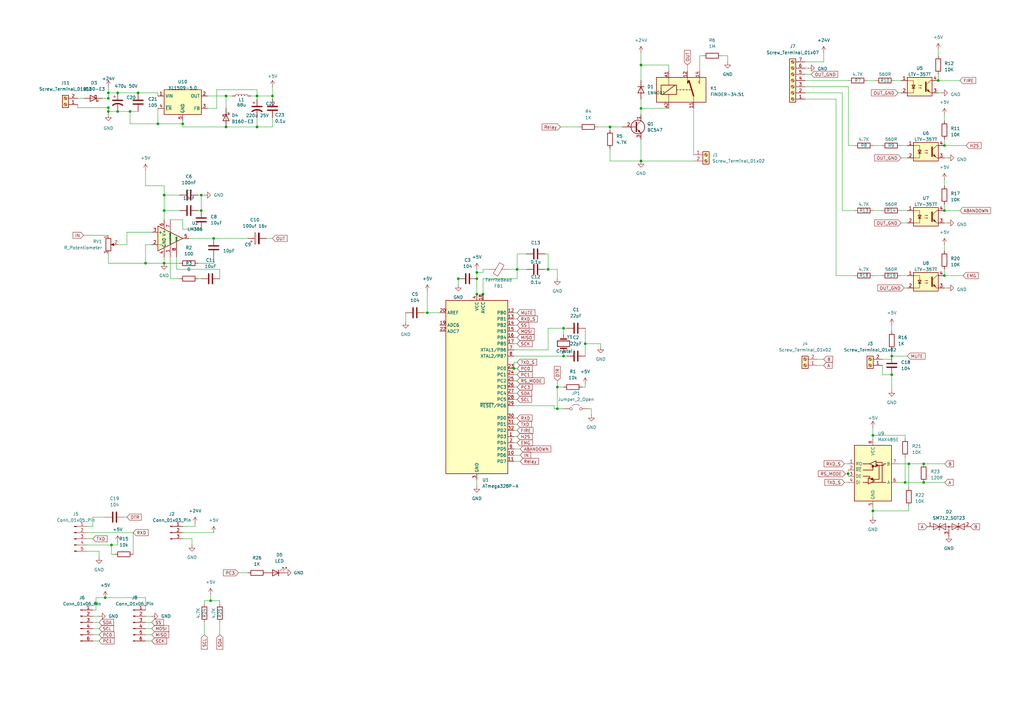
<source format=kicad_sch>
(kicad_sch (version 20231120) (generator "eeschema") (generator_version "8.0")
  (paper "A3")
  (junction (at 262.89 44.45))
  (junction (at 67.31 107.95))
  (junction (at 64.77 50.8))
  (junction (at 67.31 86.36))
  (junction (at 250.19 52.07))
  (junction (at 105.41 52.07))
  (junction (at 82.55 86.36))
  (junction (at 365.76 153.67))
  (junction (at 44.45 44.1452))
  (junction (at 387.35 113.03))
  (junction (at 378.841 190.246))
  (junction (at 187.96 114.3))
  (junction (at 44.45 45.72))
  (junction (at 39.37 247.65))
  (junction (at 228.6 158.75))
  (junction (at 231.14 134.62))
  (junction (at 224.79 110.49))
  (junction (at 92.71 39.37))
  (junction (at 262.89 26.67))
  (junction (at 48.26 45.72))
  (junction (at 175.26 128.27))
  (junction (at 195.58 120.65))
  (junction (at 48.26 38.1))
  (junction (at 82.55 80.01))
  (junction (at 59.69 107.95))
  (junction (at 371.221 197.866))
  (junction (at 44.45 38.1))
  (junction (at 347.853 194.31))
  (junction (at 53.34 45.72))
  (junction (at 231.14 146.05))
  (junction (at 105.41 39.37))
  (junction (at 74.93 50.8))
  (junction (at 358.013 178.562))
  (junction (at 358.013 209.55))
  (junction (at 262.89 66.04))
  (junction (at 240.03 140.97))
  (junction (at 378.841 197.866))
  (junction (at 228.6 167.64))
  (junction (at 67.31 80.01))
  (junction (at 56.642 38.1))
  (junction (at 111.76 39.37))
  (junction (at 387.35 59.69))
  (junction (at 86.36 246.38))
  (junction (at 45.72 223.52))
  (junction (at 387.35 86.36))
  (junction (at 384.81 33.02))
  (junction (at 372.745 190.246))
  (junction (at 195.58 114.3))
  (junction (at 44.45 40.3352))
  (junction (at 210.82 151.13))
  (junction (at 92.71 52.07))
  (junction (at 365.76 146.05))
  (junction (at 43.18 245.11))
  (junction (at 198.12 120.65))
  (junction (at 195.58 111.76))
  (junction (at 87.63 97.79))
  (junction (at 212.09 110.49))
  (wire (pts (xy 241.3 167.64) (xy 242.57 167.64)))
  (wire (pts (xy 368.3 38.1) (xy 369.57 38.1)))
  (wire (pts (xy 370.84 118.11) (xy 372.11 118.11)))
  (wire (pts (xy 227.33 167.64) (xy 228.6 167.64)))
  (wire (pts (xy 44.45 38.1) (xy 44.45 40.3352)))
  (wire (pts (xy 366.776 33.02) (xy 369.57 33.02)))
  (wire (pts (xy 67.31 76.2) (xy 67.31 80.01)))
  (wire (pts (xy 210.82 153.67) (xy 212.09 153.67)))
  (wire (pts (xy 44.45 40.3352) (xy 44.6024 40.3352)))
  (wire (pts (xy 111.76 48.26) (xy 111.76 52.07)))
  (wire (pts (xy 371.221 179.832) (xy 371.221 178.562)))
  (wire (pts (xy 387.35 118.11) (xy 388.62 118.11)))
  (wire (pts (xy 59.69 107.95) (xy 67.31 107.95)))
  (wire (pts (xy 44.45 38.1) (xy 44.45 35.56)))
  (wire (pts (xy 88.9 36.83) (xy 105.41 36.83)))
  (wire (pts (xy 345.44 38.1) (xy 345.44 86.36)))
  (wire (pts (xy 210.82 184.15) (xy 213.36 184.15)))
  (wire (pts (xy 83.82 246.38) (xy 86.36 246.38)))
  (wire (pts (xy 83.82 247.65) (xy 83.82 246.38)))
  (wire (pts (xy 210.82 161.29) (xy 212.09 161.29)))
  (wire (pts (xy 387.35 86.36) (xy 393.7 86.36)))
  (wire (pts (xy 81.28 80.01) (xy 82.55 80.01)))
  (wire (pts (xy 64.77 50.8) (xy 53.34 50.8)))
  (wire (pts (xy 44.6024 44.1452) (xy 44.45 44.1452)))
  (wire (pts (xy 46.99 227.33) (xy 45.72 227.33)))
  (wire (pts (xy 90.17 255.27) (xy 90.17 260.35)))
  (wire (pts (xy 105.41 48.26) (xy 105.41 52.07)))
  (wire (pts (xy 67.31 80.01) (xy 67.31 86.36)))
  (wire (pts (xy 67.31 86.36) (xy 73.66 86.36)))
  (wire (pts (xy 39.37 245.11) (xy 43.18 245.11)))
  (wire (pts (xy 92.71 39.37) (xy 95.25 39.37)))
  (wire (pts (xy 62.23 100.33) (xy 59.69 100.33)))
  (wire (pts (xy 262.89 44.45) (xy 274.32 44.45)))
  (wire (pts (xy 345.44 86.36) (xy 350.52 86.36)))
  (wire (pts (xy 198.12 123.19) (xy 198.12 120.65)))
  (wire (pts (xy 358.14 59.69) (xy 361.696 59.69)))
  (wire (pts (xy 105.41 39.37) (xy 105.41 40.64)))
  (wire (pts (xy 224.79 143.51) (xy 210.82 143.51)))
  (wire (pts (xy 358.013 209.55) (xy 358.013 212.09)))
  (wire (pts (xy 195.58 111.76) (xy 195.58 114.3)))
  (wire (pts (xy 72.39 105.41) (xy 72.39 110.49)))
  (wire (pts (xy 387.35 46.99) (xy 387.35 49.53)))
  (wire (pts (xy 210.82 138.43) (xy 212.09 138.43)))
  (wire (pts (xy 295.91 22.86) (xy 298.45 22.86)))
  (wire (pts (xy 59.69 100.33) (xy 59.69 107.95)))
  (wire (pts (xy 210.82 156.21) (xy 212.09 156.21)))
  (wire (pts (xy 210.82 176.53) (xy 212.09 176.53)))
  (wire (pts (xy 83.82 255.27) (xy 83.82 260.35)))
  (wire (pts (xy 210.82 148.59) (xy 210.82 151.13)))
  (wire (pts (xy 229.87 52.07) (xy 237.49 52.07)))
  (wire (pts (xy 231.14 137.16) (xy 231.14 134.62)))
  (wire (pts (xy 59.69 257.81) (xy 62.23 257.81)))
  (wire (pts (xy 59.69 255.27) (xy 62.23 255.27)))
  (wire (pts (xy 74.93 215.9) (xy 80.01 215.9)))
  (wire (pts (xy 361.95 149.86) (xy 361.95 153.67)))
  (wire (pts (xy 361.95 147.32) (xy 365.76 147.32)))
  (wire (pts (xy 38.1 250.19) (xy 39.37 250.19)))
  (wire (pts (xy 80.01 215.9) (xy 80.01 214.63)))
  (wire (pts (xy 173.99 128.27) (xy 175.26 128.27)))
  (wire (pts (xy 388.62 64.77) (xy 387.35 64.77)))
  (wire (pts (xy 109.22 97.79) (xy 111.76 97.79)))
  (wire (pts (xy 74.93 220.98) (xy 78.74 220.98)))
  (wire (pts (xy 298.45 22.86) (xy 298.45 25.4)))
  (wire (pts (xy 224.79 110.49) (xy 223.52 110.49)))
  (wire (pts (xy 347.853 194.31) (xy 347.853 195.326)))
  (wire (pts (xy 92.71 39.37) (xy 92.71 44.45)))
  (wire (pts (xy 198.12 110.49) (xy 198.12 111.76)))
  (wire (pts (xy 38.1 215.9) (xy 35.56 215.9)))
  (wire (pts (xy 53.34 50.8) (xy 53.34 45.72)))
  (wire (pts (xy 198.12 114.3) (xy 198.12 120.65)))
  (wire (pts (xy 44.45 44.1452) (xy 44.45 45.72)))
  (wire (pts (xy 87.63 97.79) (xy 101.6 97.79)))
  (wire (pts (xy 44.45 38.1) (xy 48.26 38.1)))
  (wire (pts (xy 59.69 245.11) (xy 59.69 250.19)))
  (wire (pts (xy 31.9024 44.1452) (xy 31.9024 42.8752)))
  (wire (pts (xy 59.69 76.2) (xy 67.31 76.2)))
  (wire (pts (xy 335.28 147.32) (xy 337.82 147.32)))
  (wire (pts (xy 85.09 39.37) (xy 92.71 39.37)))
  (wire (pts (xy 82.55 80.01) (xy 83.82 80.01)))
  (wire (pts (xy 215.9 104.14) (xy 212.09 104.14)))
  (wire (pts (xy 43.18 245.11) (xy 59.69 245.11)))
  (wire (pts (xy 35.56 226.06) (xy 40.64 226.06)))
  (wire (pts (xy 72.39 110.49) (xy 90.17 110.49)))
  (wire (pts (xy 43.18 212.09) (xy 38.1 212.09)))
  (wire (pts (xy 262.89 33.02) (xy 262.89 26.67)))
  (wire (pts (xy 274.32 26.67) (xy 274.32 29.21)))
  (wire (pts (xy 74.93 93.98) (xy 82.55 93.98)))
  (wire (pts (xy 358.013 208.026) (xy 358.013 209.55)))
  (wire (pts (xy 369.57 91.44) (xy 372.11 91.44)))
  (wire (pts (xy 330.2 27.94) (xy 331.47 27.94)))
  (wire (pts (xy 246.38 142.24) (xy 246.38 140.97)))
  (wire (pts (xy 198.12 114.3) (xy 212.09 114.3)))
  (wire (pts (xy 281.94 26.67) (xy 281.94 29.21)))
  (wire (pts (xy 212.09 110.49) (xy 208.28 110.49)))
  (wire (pts (xy 330.2 40.64) (xy 342.9 40.64)))
  (wire (pts (xy 81.28 114.3) (xy 82.55 114.3)))
  (wire (pts (xy 40.64 226.06) (xy 40.64 228.6)))
  (wire (pts (xy 195.58 110.49) (xy 195.58 111.76)))
  (wire (pts (xy 387.35 83.82) (xy 387.35 86.36)))
  (wire (pts (xy 215.9 110.49) (xy 212.09 110.49)))
  (wire (pts (xy 210.82 189.23) (xy 213.36 189.23)))
  (wire (pts (xy 210.82 179.07) (xy 212.09 179.07)))
  (wire (pts (xy 38.1 247.65) (xy 39.37 247.65)))
  (wire (pts (xy 195.58 114.3) (xy 195.58 120.65)))
  (wire (pts (xy 31.9024 40.3352) (xy 34.4424 40.3352)))
  (wire (pts (xy 97.79 234.95) (xy 101.6 234.95)))
  (wire (pts (xy 224.79 134.62) (xy 231.14 134.62)))
  (wire (pts (xy 38.1 252.73) (xy 40.64 252.73)))
  (wire (pts (xy 77.47 97.79) (xy 87.63 97.79)))
  (wire (pts (xy 200.66 110.49) (xy 198.12 110.49)))
  (wire (pts (xy 228.6 110.49) (xy 228.6 114.3)))
  (wire (pts (xy 195.58 196.85) (xy 195.58 199.39)))
  (wire (pts (xy 54.61 218.44) (xy 54.61 227.33)))
  (wire (pts (xy 105.41 36.83) (xy 105.41 39.37)))
  (wire (pts (xy 105.41 52.07) (xy 92.71 52.07)))
  (wire (pts (xy 85.09 44.45) (xy 88.9 44.45)))
  (wire (pts (xy 262.89 44.45) (xy 262.89 46.99)))
  (wire (pts (xy 387.35 100.33) (xy 387.35 102.87)))
  (wire (pts (xy 228.6 156.21) (xy 228.6 158.75)))
  (wire (pts (xy 67.31 105.41) (xy 67.31 107.95)))
  (wire (pts (xy 210.82 128.27) (xy 212.09 128.27)))
  (wire (pts (xy 175.26 128.27) (xy 180.34 128.27)))
  (wire (pts (xy 368.173 190.246) (xy 372.745 190.246)))
  (wire (pts (xy 330.2 35.56) (xy 347.98 35.56)))
  (wire (pts (xy 198.12 111.76) (xy 195.58 111.76)))
  (wire (pts (xy 365.76 133.35) (xy 365.76 135.89)))
  (wire (pts (xy 384.81 30.48) (xy 384.81 33.02)))
  (wire (pts (xy 337.82 25.4) (xy 337.82 21.59)))
  (wire (pts (xy 44.45 107.95) (xy 59.69 107.95)))
  (wire (pts (xy 39.37 247.65) (xy 39.37 250.19)))
  (wire (pts (xy 73.66 114.3) (xy 69.85 114.3)))
  (wire (pts (xy 224.79 134.62) (xy 224.79 143.51)))
  (wire (pts (xy 210.82 166.37) (xy 227.33 166.37)))
  (wire (pts (xy 52.07 95.25) (xy 62.23 95.25)))
  (wire (pts (xy 365.76 146.05) (xy 372.11 146.05)))
  (wire (pts (xy 346.329 197.866) (xy 347.853 197.866)))
  (wire (pts (xy 347.853 192.786) (xy 347.853 194.31)))
  (wire (pts (xy 64.77 39.37) (xy 64.77 38.1)))
  (wire (pts (xy 67.31 80.01) (xy 73.66 80.01)))
  (wire (pts (xy 240.03 140.97) (xy 240.03 146.05)))
  (wire (pts (xy 210.82 130.81) (xy 212.09 130.81)))
  (wire (pts (xy 372.745 190.246) (xy 372.745 199.898)))
  (wire (pts (xy 64.77 44.45) (xy 64.77 50.8)))
  (wire (pts (xy 86.36 243.84) (xy 86.36 246.38)))
  (wire (pts (xy 42.0624 40.3352) (xy 44.45 40.3352)))
  (wire (pts (xy 240.03 140.97) (xy 246.38 140.97)))
  (wire (pts (xy 378.841 190.246) (xy 387.477 190.246)))
  (wire (pts (xy 44.45 104.14) (xy 44.45 107.95)))
  (wire (pts (xy 369.57 64.77) (xy 372.11 64.77)))
  (wire (pts (xy 50.8 212.09) (xy 52.07 212.09)))
  (wire (pts (xy 210.82 186.69) (xy 213.36 186.69)))
  (wire (pts (xy 369.316 113.03) (xy 372.11 113.03)))
  (wire (pts (xy 92.71 52.07) (xy 74.93 52.07)))
  (wire (pts (xy 86.36 246.38) (xy 90.17 246.38)))
  (wire (pts (xy 387.35 59.69) (xy 396.24 59.69)))
  (wire (pts (xy 361.95 153.67) (xy 365.76 153.67)))
  (wire (pts (xy 189.23 114.3) (xy 187.96 114.3)))
  (wire (pts (xy 210.82 158.75) (xy 212.09 158.75)))
  (wire (pts (xy 386.08 38.1) (xy 384.81 38.1)))
  (wire (pts (xy 74.93 90.17) (xy 74.93 93.98)))
  (wire (pts (xy 35.56 218.44) (xy 54.61 218.44)))
  (wire (pts (xy 330.2 30.48) (xy 332.74 30.48)))
  (wire (pts (xy 262.89 40.64) (xy 262.89 44.45)))
  (wire (pts (xy 56.642 38.1) (xy 64.77 38.1)))
  (wire (pts (xy 242.57 167.64) (xy 242.57 170.18)))
  (wire (pts (xy 330.2 25.4) (xy 337.82 25.4)))
  (wire (pts (xy 365.76 147.32) (xy 365.76 146.05)))
  (wire (pts (xy 372.745 209.55) (xy 372.745 207.518)))
  (wire (pts (xy 87.63 107.95) (xy 81.28 107.95)))
  (wire (pts (xy 210.82 151.13) (xy 212.09 151.13)))
  (wire (pts (xy 38.1 212.09) (xy 38.1 215.9)))
  (wire (pts (xy 69.85 114.3) (xy 69.85 105.41)))
  (wire (pts (xy 358.013 175.26) (xy 358.013 178.562)))
  (wire (pts (xy 67.31 107.95) (xy 73.66 107.95)))
  (wire (pts (xy 224.79 110.49) (xy 228.6 110.49)))
  (wire (pts (xy 39.37 245.11) (xy 39.37 247.65)))
  (wire (pts (xy 371.221 197.866) (xy 378.841 197.866)))
  (wire (pts (xy 262.89 21.59) (xy 262.89 26.67)))
  (wire (pts (xy 335.28 149.86) (xy 337.82 149.86)))
  (wire (pts (xy 371.221 187.452) (xy 371.221 197.866)))
  (wire (pts (xy 358.14 86.36) (xy 361.696 86.36)))
  (wire (pts (xy 378.841 197.866) (xy 387.477 197.866)))
  (wire (pts (xy 369.316 86.36) (xy 372.11 86.36)))
  (wire (pts (xy 166.37 128.27) (xy 166.37 132.08)))
  (wire (pts (xy 48.26 38.1) (xy 56.642 38.1)))
  (wire (pts (xy 288.29 22.86) (xy 287.02 22.86)))
  (wire (pts (xy 34.29 96.52) (xy 44.45 96.52)))
  (wire (pts (xy 358.14 113.03) (xy 361.696 113.03)))
  (wire (pts (xy 365.76 153.67) (xy 365.76 160.02)))
  (wire (pts (xy 212.09 148.59) (xy 210.82 148.59)))
  (wire (pts (xy 48.26 45.72) (xy 53.34 45.72)))
  (wire (pts (xy 250.19 52.07) (xy 250.19 53.34)))
  (wire (pts (xy 210.82 173.99) (xy 212.09 173.99)))
  (wire (pts (xy 38.1 262.89) (xy 40.64 262.89)))
  (wire (pts (xy 240.03 158.75) (xy 240.03 157.48)))
  (wire (pts (xy 358.013 178.562) (xy 371.221 178.562)))
  (wire (pts (xy 90.17 110.49) (xy 90.17 114.3)))
  (wire (pts (xy 45.72 227.33) (xy 45.72 223.52)))
  (wire (pts (xy 59.69 69.85) (xy 59.69 76.2)))
  (wire (pts (xy 59.69 262.89) (xy 62.23 262.89)))
  (wire (pts (xy 355.6 33.02) (xy 359.156 33.02)))
  (wire (pts (xy 59.69 260.35) (xy 62.23 260.35)))
  (wire (pts (xy 262.89 26.67) (xy 274.32 26.67)))
  (wire (pts (xy 342.9 113.03) (xy 350.52 113.03)))
  (wire (pts (xy 87.63 105.41) (xy 87.63 107.95)))
  (wire (pts (xy 78.74 220.98) (xy 78.74 223.52)))
  (wire (pts (xy 330.2 33.02) (xy 347.98 33.02)))
  (wire (pts (xy 69.85 90.17) (xy 74.93 90.17)))
  (wire (pts (xy 90.17 246.38) (xy 90.17 247.65)))
  (wire (pts (xy 88.9 44.45) (xy 88.9 36.83)))
  (wire (pts (xy 346.329 190.246) (xy 347.853 190.246)))
  (wire (pts (xy 111.76 52.07) (xy 105.41 52.07)))
  (wire (pts (xy 44.45 45.72) (xy 48.26 45.72)))
  (wire (pts (xy 387.35 73.66) (xy 387.35 76.2)))
  (wire (pts (xy 45.72 223.52) (xy 48.26 223.52)))
  (wire (pts (xy 44.45 44.1452) (xy 31.9024 44.1452)))
  (wire (pts (xy 56.642 45.72) (xy 53.34 45.72)))
  (wire (pts (xy 38.1 257.81) (xy 40.64 257.81)))
  (wire (pts (xy 238.76 158.75) (xy 240.03 158.75)))
  (wire (pts (xy 240.03 134.62) (xy 240.03 140.97)))
  (wire (pts (xy 38.1 255.27) (xy 40.64 255.27)))
  (wire (pts (xy 210.82 181.61) (xy 212.09 181.61)))
  (wire (pts (xy 175.26 119.38) (xy 175.26 128.27)))
  (wire (pts (xy 195.58 123.19) (xy 195.58 120.65)))
  (wire (pts (xy 59.69 252.73) (xy 62.23 252.73)))
  (wire (pts (xy 262.89 66.04) (xy 284.48 66.04)))
  (wire (pts (xy 262.89 57.15) (xy 262.89 66.04)))
  (wire (pts (xy 111.76 39.37) (xy 111.76 40.64)))
  (wire (pts (xy 231.14 158.75) (xy 228.6 158.75)))
  (wire (pts (xy 64.77 50.8) (xy 74.93 50.8)))
  (wire (pts (xy 81.28 86.36) (xy 82.55 86.36)))
  (wire (pts (xy 372.745 190.246) (xy 378.841 190.246)))
  (wire (pts (xy 228.6 158.75) (xy 228.6 167.64)))
  (wire (pts (xy 342.9 40.64) (xy 342.9 113.03)))
  (wire (pts (xy 387.35 113.03) (xy 394.97 113.03)))
  (wire (pts (xy 231.14 144.78) (xy 231.14 146.05)))
  (wire (pts (xy 287.02 22.86) (xy 287.02 29.21)))
  (wire (pts (xy 111.76 35.56) (xy 111.76 39.37)))
  (wire (pts (xy 210.82 171.45) (xy 212.09 171.45)))
  (wire (pts (xy 358.013 178.562) (xy 358.013 180.086)))
  (wire (pts (xy 223.52 104.14) (xy 224.79 104.14)))
  (wire (pts (xy 227.33 166.37) (xy 227.33 167.64)))
  (wire (pts (xy 212.09 104.14) (xy 212.09 110.49)))
  (wire (pts (xy 365.76 143.51) (xy 365.76 146.05)))
  (wire (pts (xy 384.81 20.32) (xy 384.81 22.86)))
  (wire (pts (xy 330.2 38.1) (xy 345.44 38.1)))
  (wire (pts (xy 210.82 140.97) (xy 212.09 140.97)))
  (wire (pts (xy 245.11 52.07) (xy 250.19 52.07)))
  (wire (pts (xy 105.41 39.37) (xy 111.76 39.37)))
  (wire (pts (xy 250.19 52.07) (xy 255.27 52.07)))
  (wire (pts (xy 82.55 86.36) (xy 82.55 80.01)))
  (wire (pts (xy 102.87 39.37) (xy 105.41 39.37)))
  (wire (pts (xy 384.81 33.02) (xy 393.7 33.02)))
  (wire (pts (xy 231.14 146.05) (xy 232.41 146.05)))
  (wire (pts (xy 231.14 134.62) (xy 232.41 134.62)))
  (wire (pts (xy 388.62 91.44) (xy 387.35 91.44)))
  (wire (pts (xy 48.26 223.52) (xy 48.26 222.25)))
  (wire (pts (xy 187.96 114.3) (xy 187.96 116.84)))
  (wire (pts (xy 52.07 100.33) (xy 52.07 95.25)))
  (wire (pts (xy 74.93 50.8) (xy 74.93 49.53)))
  (wire (pts (xy 387.35 57.15) (xy 387.35 59.69)))
  (wire (pts (xy 347.98 35.56) (xy 347.98 59.69)))
  (wire (pts (xy 44.45 45.72) (xy 44.45 46.99)))
  (wire (pts (xy 250.19 60.96) (xy 250.19 66.04)))
  (wire (pts (xy 228.6 167.64) (xy 231.14 167.64)))
  (wire (pts (xy 368.173 197.866) (xy 371.221 197.866)))
  (wire (pts (xy 212.09 114.3) (xy 212.09 110.49)))
  (wire (pts (xy 210.82 146.05) (xy 231.14 146.05)))
  (wire (pts (xy 250.19 66.04) (xy 262.89 66.04)))
  (wire (pts (xy 67.31 86.36) (xy 67.31 90.17)))
  (wire (pts (xy 35.56 220.98) (xy 38.1 220.98)))
  (wire (pts (xy 347.98 59.69) (xy 350.52 59.69)))
  (wire (pts (xy 224.79 104.14) (xy 224.79 110.49)))
  (wire (pts (xy 369.316 59.69) (xy 372.11 59.69)))
  (wire (pts (xy 38.1 260.35) (xy 40.64 260.35)))
  (wire (pts (xy 210.82 163.83) (xy 212.09 163.83)))
  (wire (pts (xy 74.93 52.07) (xy 74.93 50.8)))
  (wire (pts (xy 284.48 63.5) (xy 284.48 44.45)))
  (wire (pts (xy 358.013 209.55) (xy 372.745 209.55)))
  (wire (pts (xy 35.56 223.52) (xy 45.72 223.52)))
  (wire (pts (xy 210.82 135.89) (xy 212.09 135.89)))
  (wire (pts (xy 387.35 110.49) (xy 387.35 113.03)))
  (wire (pts (xy 210.82 133.35) (xy 212.09 133.35)))
  (wire (pts (xy 346.71 194.31) (xy 347.853 194.31)))
  (wire (pts (xy 48.26 100.33) (xy 52.07 100.33)))
  (wire (pts (xy 74.93 218.44) (xy 87.63 218.44)))
  (global_label "Relay" (shape input) (at 213.36 189.23 0) (property "Intersheetrefs" "${INTERSHEET_REFS}" (effects (hide yes))))
  (global_label "SS" (shape input) (at 62.23 255.27 0) (property "Intersheetrefs" "${INTERSHEET_REFS}" (effects (hide yes))))
  (global_label "MISO" (shape input) (at 62.23 260.35 0) (property "Intersheetrefs" "${INTERSHEET_REFS}" (effects (hide yes))))
  (global_label "MUTE" (shape input) (at 212.09 128.27 0) (property "Intersheetrefs" "${INTERSHEET_REFS}" (effects (hide yes))))
  (global_label "SCK" (shape input) (at 212.09 140.97 0) (property "Intersheetrefs" "${INTERSHEET_REFS}" (effects (hide yes))))
  (global_label "RXD" (shape input) (at 212.09 171.45 0) (property "Intersheetrefs" "${INTERSHEET_REFS}" (effects (hide yes))))
  (global_label "ABANDOWN" (shape input) (at 213.36 184.15 0) (property "Intersheetrefs" "${INTERSHEET_REFS}" (effects (hide yes))))
  (global_label "OUT" (shape input) (at 281.94 26.67 90) (property "Intersheetrefs" "${INTERSHEET_REFS}" (effects (hide yes))))
  (global_label "OUT_GND" (shape input) (at 332.74 30.48 0) (property "Intersheetrefs" "${INTERSHEET_REFS}" (effects (hide yes))))
  (global_label "A" (shape input) (at 337.82 149.86 0) (property "Intersheetrefs" "${INTERSHEET_REFS}" (effects (hide yes))))
  (global_label "RS_MODE" (shape input) (at 346.71 194.31 180) (property "Intersheetrefs" "${INTERSHEET_REFS}" (effects (hide yes))))
  (global_label "TXD" (shape input) (at 212.09 173.99 0) (property "Intersheetrefs" "${INTERSHEET_REFS}" (effects (hide yes))))
  (global_label "MOSI" (shape input) (at 62.23 257.81 0) (property "Intersheetrefs" "${INTERSHEET_REFS}" (effects (hide yes))))
  (global_label "DTR" (shape input) (at 52.07 212.09 0) (property "Intersheetrefs" "${INTERSHEET_REFS}" (effects (hide yes))))
  (global_label "SCL" (shape input) (at 40.64 257.81 0) (property "Intersheetrefs" "${INTERSHEET_REFS}" (effects (hide yes))))
  (global_label "SDA" (shape input) (at 212.09 161.29 0) (property "Intersheetrefs" "${INTERSHEET_REFS}" (effects (hide yes))))
  (global_label "PC0" (shape input) (at 212.09 151.13 0) (property "Intersheetrefs" "${INTERSHEET_REFS}" (effects (hide yes))))
  (global_label "SS" (shape input) (at 212.09 133.35 0) (property "Intersheetrefs" "${INTERSHEET_REFS}" (effects (hide yes))))
  (global_label "SCK" (shape input) (at 62.23 262.89 0) (property "Intersheetrefs" "${INTERSHEET_REFS}" (effects (hide yes))))
  (global_label "MUTE" (shape input) (at 372.11 146.05 0) (property "Intersheetrefs" "${INTERSHEET_REFS}" (effects (hide yes))))
  (global_label "B" (shape input) (at 398.0688 216.027 0) (property "Intersheetrefs" "${INTERSHEET_REFS}" (effects (hide yes))))
  (global_label "RXD_S" (shape input) (at 346.329 190.246 180) (property "Intersheetrefs" "${INTERSHEET_REFS}" (effects (hide yes))))
  (global_label "EMG" (shape input) (at 212.09 181.61 0) (property "Intersheetrefs" "${INTERSHEET_REFS}" (effects (hide yes))))
  (global_label "Relay" (shape input) (at 229.87 52.07 180) (property "Intersheetrefs" "${INTERSHEET_REFS}" (effects (hide yes))))
  (global_label "PC0" (shape input) (at 40.64 260.35 0) (property "Intersheetrefs" "${INTERSHEET_REFS}" (effects (hide yes))))
  (global_label "IN" (shape input) (at 213.36 186.69 0) (property "Intersheetrefs" "${INTERSHEET_REFS}" (effects (hide yes))))
  (global_label "PC3" (shape input) (at 97.79 234.95 180) (property "Intersheetrefs" "${INTERSHEET_REFS}" (effects (hide yes))))
  (global_label "RXD" (shape input) (at 54.61 218.44 0) (property "Intersheetrefs" "${INTERSHEET_REFS}" (effects (hide yes))))
  (global_label "OUT_GND" (shape input) (at 369.57 64.77 180) (property "Intersheetrefs" "${INTERSHEET_REFS}" (effects (hide yes))))
  (global_label "H2S" (shape input) (at 212.09 179.07 0) (property "Intersheetrefs" "${INTERSHEET_REFS}" (effects (hide yes))))
  (global_label "A" (shape input) (at 380.2888 216.027 180) (property "Intersheetrefs" "${INTERSHEET_REFS}" (effects (hide yes))))
  (global_label "TXD" (shape input) (at 38.1 220.98 0) (property "Intersheetrefs" "${INTERSHEET_REFS}" (effects (hide yes))))
  (global_label "RXD_S" (shape input) (at 212.09 130.81 0) (property "Intersheetrefs" "${INTERSHEET_REFS}" (effects (hide yes))))
  (global_label "B" (shape input) (at 337.82 147.32 0) (property "Intersheetrefs" "${INTERSHEET_REFS}" (effects (hide yes))))
  (global_label "H2S" (shape input) (at 396.24 59.69 0) (property "Intersheetrefs" "${INTERSHEET_REFS}" (effects (hide yes))))
  (global_label "OUT_GND" (shape input) (at 368.3 38.1 180) (property "Intersheetrefs" "${INTERSHEET_REFS}" (effects (hide yes))))
  (global_label "B" (shape input) (at 387.477 190.246 0) (property "Intersheetrefs" "${INTERSHEET_REFS}" (effects (hide yes))))
  (global_label "A" (shape input) (at 387.477 197.866 0) (property "Intersheetrefs" "${INTERSHEET_REFS}" (effects (hide yes))))
  (global_label "DTR" (shape input) (at 228.6 156.21 90) (property "Intersheetrefs" "${INTERSHEET_REFS}" (effects (hide yes))))
  (global_label "IN" (shape input) (at 34.29 96.52 180) (property "Intersheetrefs" "${INTERSHEET_REFS}" (effects (hide yes))))
  (global_label "PC1" (shape input) (at 40.64 262.89 0) (property "Intersheetrefs" "${INTERSHEET_REFS}" (effects (hide yes))))
  (global_label "SCL" (shape input) (at 83.82 260.35 270) (property "Intersheetrefs" "${INTERSHEET_REFS}" (effects (hide yes))))
  (global_label "OUT_GND" (shape input) (at 369.57 91.44 180) (property "Intersheetrefs" "${INTERSHEET_REFS}" (effects (hide yes))))
  (global_label "SCL" (shape input) (at 212.09 163.83 0) (property "Intersheetrefs" "${INTERSHEET_REFS}" (effects (hide yes))))
  (global_label "RS_MODE" (shape input) (at 212.09 156.21 0) (property "Intersheetrefs" "${INTERSHEET_REFS}" (effects (hide yes))))
  (global_label "TXD_S" (shape input) (at 346.329 197.866 180) (property "Intersheetrefs" "${INTERSHEET_REFS}" (effects (hide yes))))
  (global_label "MISO" (shape input) (at 212.09 138.43 0) (property "Intersheetrefs" "${INTERSHEET_REFS}" (effects (hide yes))))
  (global_label "TXD_S" (shape input) (at 212.09 148.59 0) (property "Intersheetrefs" "${INTERSHEET_REFS}" (effects (hide yes))))
  (global_label "MOSI" (shape input) (at 212.09 135.89 0) (property "Intersheetrefs" "${INTERSHEET_REFS}" (effects (hide yes))))
  (global_label "FIRE" (shape input) (at 393.7 33.02 0) (property "Intersheetrefs" "${INTERSHEET_REFS}" (effects (hide yes))))
  (global_label "PC1" (shape input) (at 212.09 153.67 0) (property "Intersheetrefs" "${INTERSHEET_REFS}" (effects (hide yes))))
  (global_label "OUT_GND" (shape input) (at 370.84 118.11 180) (property "Intersheetrefs" "${INTERSHEET_REFS}" (effects (hide yes))))
  (global_label "PC3" (shape input) (at 212.09 158.75 0) (property "Intersheetrefs" "${INTERSHEET_REFS}" (effects (hide yes))))
  (global_label "SDA" (shape input) (at 40.64 255.27 0) (property "Intersheetrefs" "${INTERSHEET_REFS}" (effects (hide yes))))
  (global_label "FIRE" (shape input) (at 212.09 176.53 0) (property "Intersheetrefs" "${INTERSHEET_REFS}" (effects (hide yes))))
  (global_label "OUT" (shape input) (at 111.76 97.79 0) (property "Intersheetrefs" "${INTERSHEET_REFS}" (effects (hide yes))))
  (global_label "EMG" (shape input) (at 394.97 113.03 0) (property "Intersheetrefs" "${INTERSHEET_REFS}" (effects (hide yes))))
  (global_label "SDA" (shape input) (at 90.17 260.35 270) (property "Intersheetrefs" "${INTERSHEET_REFS}" (effects (hide yes))))
  (global_label "ABANDOWN" (shape input) (at 393.7 86.36 0) (property "Intersheetrefs" "${INTERSHEET_REFS}" (effects (hide yes))))
  (symbol (lib_id "power:+24V") (at 337.82 21.59 0) (unit 1)
    (property "Reference" "#PWR032" (effects (hide yes)))
    (property "Value" "+24V" (at 337.82 16.51 0))
    (property "Description" "Power symbol creates a global label with name \"+24V\"" (effects (hide yes)))
  )
  (symbol (lib_id "Device:L") (at 99.06 39.37 90) (unit 1)
    (property "Reference" "L1" (at 99.06 40.894 90))
    (property "Value" "68u" (at 99.06 43.053 90))
    (property "Footprint" "Inductor_SMD:L_Sunlord_SWPA6045S" (effects (hide yes)))
  )
  (symbol (lib_id "power:+5V") (at 384.81 20.32 0) (unit 1)
    (property "Reference" "#PWR022" (effects (hide yes)))
    (property "Value" "+5V" (at 384.81 15.24 0))
    (property "Description" "Power symbol creates a global label with name \"+5V\"" (effects (hide yes)))
  )
  (symbol (lib_id "Device:R") (at 354.33 113.03 90) (unit 1)
    (property "Reference" "R18" (at 354.33 113.03 90))
    (property "Value" "4.7K" (at 354.33 110.49 90))
    (property "Footprint" "Resistor_SMD:R_0805_2012Metric" (effects (hide yes)))
  )
  (symbol (lib_id "Device:C") (at 87.63 101.6 180) (unit 1)
    (property "Reference" "C9" (at 100.33 100.3299 0) (effects (justify right)))
    (property "Value" "10pF" (at 91.44 102.8699 0) (effects (justify right)))
    (property "Footprint" "Capacitor_SMD:C_0805_2012Metric" (effects (hide yes)))
    (property "Description" "Unpolarized capacitor" (effects (hide yes)))
  )
  (symbol (lib_id "Device:R") (at 234.95 158.75 90) (unit 1)
    (property "Reference" "R1" (at 234.95 152.4 90))
    (property "Value" "10k" (at 234.95 154.94 90))
    (property "Footprint" "Resistor_SMD:R_0805_2012Metric" (effects (hide yes)))
    (property "Description" "Resistor" (effects (hide yes)))
  )
  (symbol (lib_id "Device:R") (at 365.506 113.03 90) (unit 1)
    (property "Reference" "R19" (at 365.506 113.03 90))
    (property "Value" "560R" (at 365.506 110.49 90))
    (property "Footprint" "Resistor_SMD:R_0805_2012Metric" (effects (hide yes)))
  )
  (symbol (lib_id "Device:R") (at 384.81 26.67 180) (unit 1)
    (property "Reference" "R12" (at 387.35 26.035 0) (effects (justify right)))
    (property "Value" "10K" (at 387.35 28.575 0) (effects (justify right)))
    (property "Footprint" "Resistor_SMD:R_0805_2012Metric" (effects (hide yes)))
  )
  (symbol (lib_id "Device:R") (at 378.841 194.056 180) (unit 1)
    (property "Reference" "R23" (at 381.635 193.421 0) (effects (justify right)))
    (property "Value" "120R" (at 381.635 195.961 0) (effects (justify right)))
    (property "Footprint" "Resistor_SMD:R_0805_2012Metric" (effects (hide yes)))
  )
  (symbol (lib_id "power:GND") (at 389.1788 219.837 0) (unit 1)
    (property "Reference" "#PWR031" (effects (hide yes)))
    (property "Value" "GND" (at 389.1788 224.917 0))
  )
  (symbol (lib_id "power:GND") (at 358.013 212.09 0) (unit 1)
    (property "Reference" "#PWR030" (effects (hide yes)))
    (property "Value" "GND" (at 358.013 217.17 0))
  )
  (symbol (lib_id "Device:FerriteBead") (at 204.47 110.49 270) (unit 1)
    (property "Reference" "FB1" (at 204.5208 117.348 90))
    (property "Value" "FerriteBead" (at 204.5208 114.808 90))
    (property "Footprint" "Inductor_SMD:L_0805_2012Metric" (effects (hide yes)))
  )
  (symbol (lib_id "Device:R") (at 354.33 86.36 90) (unit 1)
    (property "Reference" "R13" (at 354.33 86.36 90))
    (property "Value" "4.7K" (at 354.33 83.82 90))
    (property "Footprint" "Resistor_SMD:R_0805_2012Metric" (effects (hide yes)))
  )
  (symbol (lib_id "Device:C") (at 77.47 86.36 90) (unit 1)
    (property "Reference" "C7" (at 77.47 78.74 90))
    (property "Value" "10uF" (at 77.47 81.28 90))
    (property "Footprint" "Capacitor_SMD:C_0805_2012Metric" (effects (hide yes)))
    (property "Description" "Unpolarized capacitor" (effects (hide yes)))
  )
  (symbol (lib_id "Device:R") (at 372.745 203.708 180) (unit 1)
    (property "Reference" "R22" (at 375.285 203.073 0) (effects (justify right)))
    (property "Value" "10K" (at 375.285 205.613 0) (effects (justify right)))
    (property "Footprint" "Resistor_SMD:R_0805_2012Metric" (effects (hide yes)))
  )
  (symbol (lib_id "power:+5V") (at 86.36 243.84 0) (unit 1)
    (property "Reference" "#PWR045" (effects (hide yes)))
    (property "Value" "+5V" (at 86.36 238.76 0))
    (property "Description" "Power symbol creates a global label with name \"+5V\"" (effects (hide yes)))
  )
  (symbol (lib_id "Device:R") (at 250.19 57.15 180) (unit 1)
    (property "Reference" "R5" (at 252.73 55.8799 0) (effects (justify right)))
    (property "Value" "4.7K" (at 252.73 58.4199 0) (effects (justify right)))
    (property "Footprint" "Resistor_SMD:R_0805_2012Metric" (effects (hide yes)))
    (property "Description" "Resistor" (effects (hide yes)))
  )
  (symbol (lib_id "Device:R") (at 77.47 114.3 90) (unit 1)
    (property "Reference" "R3" (at 77.47 107.95 90))
    (property "Value" "0" (at 77.47 110.49 90))
    (property "Footprint" "Resistor_SMD:R_0805_2012Metric" (effects (hide yes)))
    (property "Description" "Resistor" (effects (hide yes)))
  )
  (symbol (lib_id "power:GND") (at 195.58 199.39 0) (unit 1)
    (property "Reference" "#PWR09" (effects (hide yes)))
    (property "Value" "GND" (at 195.58 204.47 0))
    (property "Description" "Power symbol creates a global label with name \"GND\" , ground" (effects (hide yes)))
  )
  (symbol (lib_id "Connector:Screw_Terminal_01x07") (at 325.12 33.02 180) (unit 1)
    (property "Reference" "J7" (at 325.12 19.05 0))
    (property "Value" "Screw_Terminal_01x07" (at 325.12 21.59 0))
    (property "Footprint" "TerminalBlock_Phoenix:TerminalBlock_Phoenix_MKDS-1,5-7-5.08_1x07_P5.08mm_Horizontal" (effects (hide yes)))
    (property "Description" "Generic screw terminal, single row, 01x07, script generated (kicad-library-utils/schlib/autogen/connector/)" (effects (hide yes)))
  )
  (symbol (lib_id "Device:LED") (at 113.03 234.95 180) (unit 1)
    (property "Reference" "D5" (at 114.6175 227.5586 0))
    (property "Value" "LED" (at 114.6175 230.0986 0))
    (property "Footprint" "LED_THT:LED_D3.0mm" (effects (hide yes)))
  )
  (symbol (lib_id "Device:R") (at 292.1 22.86 90) (unit 1)
    (property "Reference" "R6" (at 292.1 16.51 90))
    (property "Value" "1M" (at 292.1 19.05 90))
    (property "Footprint" "Resistor_SMD:R_0805_2012Metric" (effects (hide yes)))
    (property "Description" "Resistor" (effects (hide yes)))
  )
  (symbol (lib_id "power:+5V") (at 59.69 69.85 0) (unit 1)
    (property "Reference" "#PWR011" (effects (hide yes)))
    (property "Value" "+5V" (at 59.69 64.77 0))
    (property "Description" "Power symbol creates a global label with name \"+5V\"" (effects (hide yes)))
  )
  (symbol (lib_id "MCU_Microchip_ATmega:ATmega328P-A") (at 195.58 158.75 0) (unit 1)
    (property "Reference" "U1" (at 197.7741 196.85 0) (effects (justify left)))
    (property "Value" "ATmega328P-A" (at 197.7741 199.39 0) (effects (justify left)))
    (property "Footprint" "Package_QFP:TQFP-32_7x7mm_P0.8mm" (effects (hide yes)))
    (property "Datasheet" "http://ww1.microchip.com/downloads/en/DeviceDoc/ATmega328_P%20AVR%20MCU%20with%20picoPower%20Technology%20Data%20Sheet%2040001984A.pdf" (effects (hide yes)))
    (property "Description" "20MHz, 32kB Flash, 2kB SRAM, 1kB EEPROM, TQFP-32" (effects (hide yes)))
  )
  (symbol (lib_id "power:GND") (at 365.76 160.02 0) (unit 1)
    (property "Reference" "#PWR034" (effects (hide yes)))
    (property "Value" "GND" (at 365.76 165.1 0))
    (property "Description" "Power symbol creates a global label with name \"GND\" , ground" (effects (hide yes)))
  )
  (symbol (lib_id "Device:C") (at 82.55 90.17 180) (unit 1)
    (property "Reference" "C8" (at 86.36 88.8999 0) (effects (justify right)))
    (property "Value" "10uF" (at 86.36 91.4399 0) (effects (justify right)))
    (property "Footprint" "Capacitor_SMD:C_0805_2012Metric" (effects (hide yes)))
    (property "Description" "Unpolarized capacitor" (effects (hide yes)))
  )
  (symbol (lib_id "Diode:B160-E3") (at 38.2524 40.3352 180) (unit 1)
    (property "Reference" "D3" (at 38.5699 33.9852 0))
    (property "Value" "B160-E3" (at 38.5699 36.5252 0))
    (property "Footprint" "Diode_SMD:D_SMA" (effects (hide yes)))
    (property "Datasheet" "http://www.vishay.com/docs/88946/b120.pdf" (effects (hide yes)))
  )
  (symbol (lib_id "power:+5V") (at 358.013 175.26 0) (unit 1)
    (property "Reference" "#PWR029" (effects (hide yes)))
    (property "Value" "+5V" (at 358.013 171.45 0))
  )
  (symbol (lib_id "power:GND") (at 388.62 64.77 90) (unit 1)
    (property "Reference" "#PWR023" (effects (hide yes)))
    (property "Value" "GND" (at 392.43 65.405 90) (effects (justify right)))
  )
  (symbol (lib_id "Isolator:LTV-357T") (at 377.19 35.56 0) (unit 1)
    (property "Reference" "U5" (at 377.19 27.94 0))
    (property "Value" "LTV-357T" (at 377.19 30.48 0))
    (property "Footprint" "Package_SO:SO-4_4.4x3.6mm_P2.54mm" (effects (hide yes)))
    (property "Datasheet" "https://www.buerklin.com/medias/sys_master/download/download/h91/ha0/8892020588574.pdf" (effects (hide yes)))
  )
  (symbol (lib_id "power:+5V") (at 175.26 119.38 0) (unit 1)
    (property "Reference" "#PWR05" (effects (hide yes)))
    (property "Value" "+5V" (at 175.26 114.3 0))
    (property "Description" "Power symbol creates a global label with name \"+5V\"" (effects (hide yes)))
  )
  (symbol (lib_id "Device:C_Polarized_US") (at 48.26 41.91 0) (unit 1)
    (property "Reference" "C20" (at 51.816 40.005 0) (effects (justify left)))
    (property "Value" "470u 50V" (at 46.99 35.306 0) (effects (justify left)))
    (property "Footprint" "Capacitor_THT:CP_Radial_D10.0mm_P5.00mm" (effects (hide yes)))
  )
  (symbol (lib_id "Transistor_BJT:BC547") (at 260.35 52.07 0) (unit 1)
    (property "Reference" "Q1" (at 265.43 50.7999 0) (effects (justify left)))
    (property "Value" "BC547" (at 265.43 53.3399 0) (effects (justify left)))
    (property "Footprint" "Package_TO_SOT_THT:TO-92_Inline" (effects (hide yes)))
    (property "Datasheet" "https://www.onsemi.com/pub/Collateral/BC550-D.pdf" (effects (hide yes)))
    (property "Description" "0.1A Ic, 45V Vce, Small Signal NPN Transistor, TO-92" (effects (hide yes)))
  )
  (symbol (lib_id "power:GND") (at 331.47 27.94 90) (unit 1)
    (property "Reference" "#PWR028" (effects (hide yes)))
    (property "Value" "GND" (at 335.28 28.194 90) (effects (justify right)))
  )
  (symbol (lib_id "Device:R") (at 77.47 107.95 90) (unit 1)
    (property "Reference" "R2" (at 77.47 101.6 90))
    (property "Value" "100" (at 77.47 104.14 90))
    (property "Footprint" "Resistor_SMD:R_0805_2012Metric" (effects (hide yes)))
    (property "Description" "Resistor" (effects (hide yes)))
  )
  (symbol (lib_id "Device:C") (at 236.22 134.62 90) (unit 1)
    (property "Reference" "C1" (at 236.22 127 90))
    (property "Value" "22pF" (at 236.22 129.54 90))
    (property "Footprint" "Capacitor_SMD:C_0805_2012Metric" (effects (hide yes)))
    (property "Description" "Unpolarized capacitor" (effects (hide yes)))
  )
  (symbol (lib_id "Interface_UART:MAX485E") (at 358.013 192.786 0) (unit 1)
    (property "Reference" "U9" (at 359.9689 177.8 0) (effects (justify left)))
    (property "Value" "MAX485E" (at 359.9689 180.34 0) (effects (justify left)))
    (property "Footprint" "Package_SO:SOIC-8_3.9x4.9mm_P1.27mm" (effects (hide yes)))
    (property "Datasheet" "https://datasheets.maximintegrated.com/en/ds/MAX1487E-MAX491E.pdf" (effects (hide yes)))
  )
  (symbol (lib_id "Connector:Screw_Terminal_01x02") (at 289.56 63.5 0) (unit 1)
    (property "Reference" "J1" (at 292.1 63.4999 0) (effects (justify left)))
    (property "Value" "Screw_Terminal_01x02" (at 292.1 66.0399 0) (effects (justify left)))
    (property "Footprint" "TerminalBlock_Phoenix:TerminalBlock_Phoenix_MKDS-1,5-2_1x02_P5.00mm_Horizontal" (effects (hide yes)))
    (property "Description" "Generic screw terminal, single row, 01x02, script generated (kicad-library-utils/schlib/autogen/connector/)" (effects (hide yes)))
  )
  (symbol (lib_id "Device:R") (at 50.8 227.33 270) (unit 1)
    (property "Reference" "R15" (at 50.8 220.98 90))
    (property "Value" "10k" (at 50.8 223.52 90))
    (property "Footprint" "Resistor_SMD:R_0805_2012Metric" (effects (hide yes)))
    (property "Description" "Resistor" (effects (hide yes)))
  )
  (symbol (lib_id "power:+5V") (at 43.18 245.11 0) (unit 1)
    (property "Reference" "#PWR042" (effects (hide yes)))
    (property "Value" "+5V" (at 43.18 240.03 0))
    (property "Description" "Power symbol creates a global label with name \"+5V\"" (effects (hide yes)))
  )
  (symbol (lib_id "Device:R") (at 351.79 33.02 90) (unit 1)
    (property "Reference" "R7" (at 351.79 33.02 90))
    (property "Value" "4.7K" (at 351.79 30.48 90))
    (property "Footprint" "Resistor_SMD:R_0805_2012Metric" (effects (hide yes)))
  )
  (symbol (lib_id "power:GND") (at 187.96 116.84 0) (unit 1)
    (property "Reference" "#PWR02" (effects (hide yes)))
    (property "Value" "GND" (at 187.96 121.92 0))
    (property "Description" "Power symbol creates a global label with name \"GND\" , ground" (effects (hide yes)))
  )
  (symbol (lib_id "Connector:Conn_01x06_Pin") (at 33.02 255.27 0) (unit 1)
    (property "Reference" "J6" (at 33.655 245.11 0))
    (property "Value" "Conn_01x06_Pin" (at 33.655 247.65 0))
    (property "Footprint" "Connector_PinHeader_2.54mm:PinHeader_1x06_P2.54mm_Vertical" (effects (hide yes)))
    (property "Description" "Generic connector, single row, 01x06, script generated" (effects (hide yes)))
  )
  (symbol (lib_id "Device:R") (at 371.221 183.642 180) (unit 1)
    (property "Reference" "R21" (at 374.015 183.007 0) (effects (justify right)))
    (property "Value" "10K" (at 374.015 185.547 0) (effects (justify right)))
    (property "Footprint" "Resistor_SMD:R_0805_2012Metric" (effects (hide yes)))
  )
  (symbol (lib_id "Device:C") (at 219.71 104.14 90) (unit 1)
    (property "Reference" "C13" (at 219.71 99.568 90))
    (property "Value" "0.1u" (at 219.71 107.442 90))
    (property "Footprint" "Capacitor_SMD:C_0805_2012Metric" (effects (hide yes)))
  )
  (symbol (lib_id "Device:R") (at 387.35 106.68 180) (unit 1)
    (property "Reference" "R20" (at 389.89 106.045 0) (effects (justify right)))
    (property "Value" "10K" (at 389.89 108.585 0) (effects (justify right)))
    (property "Footprint" "Resistor_SMD:R_0805_2012Metric" (effects (hide yes)))
  )
  (symbol (lib_id "power:GND") (at 388.62 118.11 90) (unit 1)
    (property "Reference" "#PWR027" (effects (hide yes)))
    (property "Value" "GND" (at 392.43 118.745 90) (effects (justify right)))
  )
  (symbol (lib_id "Connector:Conn_01x05_Pin") (at 30.48 220.98 0) (unit 1)
    (property "Reference" "J5" (at 31.115 210.82 0))
    (property "Value" "Conn_01x05_Pin" (at 31.115 213.36 0))
    (property "Footprint" "Connector_PinHeader_2.54mm:PinHeader_1x05_P2.54mm_Vertical" (effects (hide yes)))
    (property "Description" "Generic connector, single row, 01x05, script generated" (effects (hide yes)))
  )
  (symbol (lib_id "power:GND") (at 228.6 114.3 0) (unit 1)
    (property "Reference" "#PWR03" (effects (hide yes)))
    (property "Value" "GND" (at 228.6 119.38 0))
    (property "Description" "Power symbol creates a global label with name \"GND\" , ground" (effects (hide yes)))
  )
  (symbol (lib_id "power:+5V") (at 48.26 222.25 0) (unit 1)
    (property "Reference" "#PWR035" (effects (hide yes)))
    (property "Value" "+5V" (at 48.26 217.17 0))
    (property "Description" "Power symbol creates a global label with name \"+5V\"" (effects (hide yes)))
  )
  (symbol (lib_id "Diode:SM712_SOT23") (at 389.1788 216.027 0) (unit 1)
    (property "Reference" "D2" (at 389.1788 209.931 0))
    (property "Value" "SM712_SOT23" (at 389.1788 212.471 0))
    (property "Footprint" "Package_TO_SOT_SMD:SOT-23" (effects (hide yes)))
    (property "Datasheet" "https://www.littelfuse.com/~/media/electronics/datasheets/tvs_diode_arrays/littelfuse_tvs_diode_array_sm712_datasheet.pdf.pdf" (effects (hide yes)))
  )
  (symbol (lib_id "power:GND") (at 78.74 223.52 0) (unit 1)
    (property "Reference" "#PWR041" (effects (hide yes)))
    (property "Value" "GND" (at 78.74 228.6 0))
    (property "Description" "Power symbol creates a global label with name \"GND\" , ground" (effects (hide yes)))
  )
  (symbol (lib_id "Connector:Screw_Terminal_01x02") (at 26.8224 42.8752 180) (unit 1)
    (property "Reference" "J11" (at 26.8224 33.9852 0))
    (property "Value" "Screw_Terminal_01x02" (at 26.8224 36.5252 0))
    (property "Footprint" "TerminalBlock_Phoenix:TerminalBlock_Phoenix_MKDS-1,5-2_1x02_P5.00mm_Horizontal" (effects (hide yes)))
    (property "Description" "Generic screw terminal, single row, 01x02, script generated (kicad-library-utils/schlib/autogen/connector/)" (effects (hide yes)))
  )
  (symbol (lib_id "Device:C") (at 56.642 41.91 0) (unit 1)
    (property "Reference" "C21" (at 60.706 40.64 0) (effects (justify left)))
    (property "Value" "105" (at 60.706 43.18 0) (effects (justify left)))
    (property "Footprint" "Capacitor_THT:C_Disc_D5.1mm_W3.2mm_P5.00mm" (effects (hide yes)))
  )
  (symbol (lib_id "power:+5V") (at 387.35 73.66 0) (unit 1)
    (property "Reference" "#PWR024" (effects (hide yes)))
    (property "Value" "+5V" (at 387.35 68.58 0))
    (property "Description" "Power symbol creates a global label with name \"+5V\"" (effects (hide yes)))
  )
  (symbol (lib_id "Relay:FINDER-34.51") (at 279.4 36.83 0) (unit 1)
    (property "Reference" "K1" (at 291.338 36.195 0) (effects (justify left)))
    (property "Value" "FINDER-34.51" (at 291.338 38.735 0) (effects (justify left)))
    (property "Footprint" "Relay_THT:Relay_SPDT_Finder_34.51_Vertical" (effects (hide yes)))
    (property "Datasheet" "https://gfinder.findernet.com/public/attachments/34/EN/S34USAEN.pdf" (effects (hide yes)))
  )
  (symbol (lib_id "power:GND") (at 116.84 234.95 90) (unit 1)
    (property "Reference" "#PWR017" (effects (hide yes)))
    (property "Value" "GND" (at 120.4214 234.95 90) (effects (justify right)))
  )
  (symbol (lib_id "Device:C_Polarized") (at 105.41 97.79 90) (unit 1)
    (property "Reference" "C10" (at 104.521 90.17 90))
    (property "Value" "100uf 16v" (at 104.521 92.71 90))
    (property "Footprint" "Capacitor_THT:CP_Radial_D5.0mm_P2.50mm" (effects (hide yes)))
    (property "Description" "Polarized capacitor" (effects (hide yes)))
  )
  (symbol (lib_id "Isolator:LTV-357T") (at 379.73 88.9 0) (unit 1)
    (property "Reference" "U7" (at 379.73 81.28 0))
    (property "Value" "LTV-357T" (at 379.73 83.82 0))
    (property "Footprint" "Package_SO:SO-4_4.4x3.6mm_P2.54mm" (effects (hide yes)))
    (property "Datasheet" "https://www.buerklin.com/medias/sys_master/download/download/h91/ha0/8892020588574.pdf" (effects (hide yes)))
  )
  (symbol (lib_id "Device:R") (at 362.966 33.02 90) (unit 1)
    (property "Reference" "R10" (at 362.966 33.02 90))
    (property "Value" "560R" (at 362.966 30.48 90))
    (property "Footprint" "Resistor_SMD:R_0805_2012Metric" (effects (hide yes)))
  )
  (symbol (lib_id "power:+5V") (at 387.35 100.33 0) (unit 1)
    (property "Reference" "#PWR026" (effects (hide yes)))
    (property "Value" "+5V" (at 387.35 95.25 0))
    (property "Description" "Power symbol creates a global label with name \"+5V\"" (effects (hide yes)))
  )
  (symbol (lib_id "Device:C") (at 219.71 110.49 90) (unit 1)
    (property "Reference" "C12" (at 219.71 113.538 90))
    (property "Value" "0.1u" (at 219.71 115.824 90))
    (property "Footprint" "Capacitor_SMD:C_0805_2012Metric" (effects (hide yes)))
  )
  (symbol (lib_id "power:+24V") (at 80.01 214.63 0) (unit 1)
    (property "Reference" "#PWR038" (effects (hide yes)))
    (property "Value" "+24V" (at 80.01 209.55 0))
    (property "Description" "Power symbol creates a global label with name \"+24V\"" (effects (hide yes)))
  )
  (symbol (lib_id "Device:R") (at 365.76 139.7 180) (unit 1)
    (property "Reference" "R16" (at 368.3 138.4299 0) (effects (justify right)))
    (property "Value" "1K" (at 368.3 140.9699 0) (effects (justify right)))
    (property "Footprint" "Resistor_SMD:R_0805_2012Metric" (effects (hide yes)))
    (property "Description" "Resistor" (effects (hide yes)))
  )
  (symbol (lib_id "power:GND") (at 67.31 107.95 0) (unit 1)
    (property "Reference" "#PWR013" (effects (hide yes)))
    (property "Value" "GND" (at 67.31 113.03 0))
    (property "Description" "Power symbol creates a global label with name \"GND\" , ground" (effects (hide yes)))
  )
  (symbol (lib_id "power:+5V") (at 365.76 133.35 0) (unit 1)
    (property "Reference" "#PWR033" (effects (hide yes)))
    (property "Value" "+5V" (at 365.76 128.27 0))
    (property "Description" "Power symbol creates a global label with name \"+5V\"" (effects (hide yes)))
  )
  (symbol (lib_id "power:GND") (at 83.82 80.01 90) (unit 1)
    (property "Reference" "#PWR010" (effects (hide yes)))
    (property "Value" "GND" (at 87.63 80.0099 90) (effects (justify right)))
    (property "Description" "Power symbol creates a global label with name \"GND\" , ground" (effects (hide yes)))
  )
  (symbol (lib_id "power:+5V") (at 87.63 218.44 0) (unit 1)
    (property "Reference" "#PWR040" (effects (hide yes)))
    (property "Value" "+5V" (at 87.63 213.36 0))
    (property "Description" "Power symbol creates a global label with name \"+5V\"" (effects (hide yes)))
  )
  (symbol (lib_id "Device:C") (at 77.47 80.01 90) (unit 1)
    (property "Reference" "C6" (at 77.47 72.39 90))
    (property "Value" "100nF" (at 77.47 74.93 90))
    (property "Footprint" "Capacitor_SMD:C_0805_2012Metric" (effects (hide yes)))
    (property "Description" "Unpolarized capacitor" (effects (hide yes)))
  )
  (symbol (lib_id "Device:C") (at 191.77 114.3 90) (unit 1)
    (property "Reference" "C3" (at 191.77 106.68 90))
    (property "Value" "104" (at 191.77 109.22 90))
    (property "Footprint" "Capacitor_SMD:C_0805_2012Metric" (effects (hide yes)))
    (property "Description" "Unpolarized capacitor" (effects (hide yes)))
  )
  (symbol (lib_id "power:GND") (at 62.23 252.73 90) (unit 1)
    (property "Reference" "#PWR044" (effects (hide yes)))
    (property "Value" "GND" (at 66.04 252.7299 90) (effects (justify right)))
  )
  (symbol (lib_id "Device:C") (at 365.76 149.86 180) (unit 1)
    (property "Reference" "C18" (at 369.57 148.5899 0) (effects (justify right)))
    (property "Value" "104" (at 369.57 151.1299 0) (effects (justify right)))
    (property "Footprint" "Capacitor_SMD:C_0805_2012Metric" (effects (hide yes)))
    (property "Description" "Unpolarized capacitor" (effects (hide yes)))
  )
  (symbol (lib_id "Connector:Screw_Terminal_01x02") (at 330.2 149.86 180) (unit 1)
    (property "Reference" "J4" (at 330.2 140.97 0))
    (property "Value" "Screw_Terminal_01x02" (at 330.2 143.51 0))
    (property "Footprint" "TerminalBlock_Phoenix:TerminalBlock_Phoenix_MKDS-1,5-2_1x02_P5.00mm_Horizontal" (effects (hide yes)))
    (property "Description" "Generic screw terminal, single row, 01x02, script generated (kicad-library-utils/schlib/autogen/connector/)" (effects (hide yes)))
  )
  (symbol (lib_id "power:GND") (at 242.57 170.18 0) (unit 1)
    (property "Reference" "#PWR08" (effects (hide yes)))
    (property "Value" "GND" (at 242.57 175.26 0))
    (property "Description" "Power symbol creates a global label with name \"GND\" , ground" (effects (hide yes)))
  )
  (symbol (lib_id "Connector:Conn_01x06_Pin") (at 54.61 255.27 0) (unit 1)
    (property "Reference" "J8" (at 55.245 245.11 0))
    (property "Value" "Conn_01x06_Pin" (at 55.245 247.65 0))
    (property "Footprint" "Connector_PinHeader_2.54mm:PinHeader_1x06_P2.54mm_Vertical" (effects (hide yes)))
    (property "Description" "Generic connector, single row, 01x06, script generated" (effects (hide yes)))
  )
  (symbol (lib_id "Regulator_Switching:XL1509-5.0") (at 74.93 41.91 0) (unit 1)
    (property "Reference" "U10" (at 74.93 33.528 0))
    (property "Value" "XL1509-5.0" (at 74.93 36.068 0))
    (property "Footprint" "Package_SO:SOIC-8_3.9x4.9mm_P1.27mm" (effects (hide yes)))
    (property "Datasheet" "https://datasheet.lcsc.com/lcsc/1809050422_XLSEMI-XL1509-5-0E1_C61063.pdf" (effects (hide yes)))
  )
  (symbol (lib_id "Device:R") (at 241.3 52.07 90) (unit 1)
    (property "Reference" "R4" (at 241.3 45.72 90))
    (property "Value" "1K" (at 241.3 48.26 90))
    (property "Footprint" "Resistor_SMD:R_0805_2012Metric" (effects (hide yes)))
    (property "Description" "Resistor" (effects (hide yes)))
  )
  (symbol (lib_id "power:GND") (at 166.37 132.08 0) (unit 1)
    (property "Reference" "#PWR06" (effects (hide yes)))
    (property "Value" "GND" (at 166.37 137.16 0))
    (property "Description" "Power symbol creates a global label with name \"GND\" , ground" (effects (hide yes)))
  )
  (symbol (lib_id "Device:C") (at 86.36 114.3 270) (unit 1)
    (property "Reference" "C11" (at 86.36 106.68 90))
    (property "Value" "10uF" (at 86.36 109.22 90))
    (property "Footprint" "Capacitor_SMD:C_0805_2012Metric" (effects (hide yes)))
    (property "Description" "Unpolarized capacitor" (effects (hide yes)))
  )
  (symbol (lib_id "Device:C") (at 46.99 212.09 90) (unit 1)
    (property "Reference" "C19" (at 46.99 204.47 90))
    (property "Value" "104" (at 46.99 207.01 90))
    (property "Footprint" "Capacitor_SMD:C_0805_2012Metric" (effects (hide yes)))
    (property "Description" "Unpolarized capacitor" (effects (hide yes)))
  )
  (symbol (lib_id "Device:C_Polarized_US") (at 105.41 44.45 0) (unit 1)
    (property "Reference" "C22" (at 108.966 42.545 0) (effects (justify left)))
    (property "Value" "220u 25V" (at 100.838 47.371 0) (effects (justify left)))
    (property "Footprint" "Capacitor_THT:CP_Radial_D8.0mm_P5.00mm" (effects (hide yes)))
  )
  (symbol (lib_id "Device:R") (at 365.506 86.36 90) (unit 1)
    (property "Reference" "R14" (at 365.506 86.36 90))
    (property "Value" "560R" (at 365.506 83.82 90))
    (property "Footprint" "Resistor_SMD:R_0805_2012Metric" (effects (hide yes)))
  )
  (symbol (lib_id "Device:R") (at 365.506 59.69 90) (unit 1)
    (property "Reference" "R9" (at 365.506 59.69 90))
    (property "Value" "560R" (at 365.506 57.15 90))
    (property "Footprint" "Resistor_SMD:R_0805_2012Metric" (effects (hide yes)))
  )
  (symbol (lib_id "Jumper:Jumper_2_Open") (at 236.22 167.64 0) (unit 1) (exclude_from_sim yes)
    (property "Reference" "JP1" (at 236.22 161.29 0))
    (property "Value" "Jumper_2_Open" (at 236.22 163.83 0))
    (property "Footprint" "Jumper:SolderJumper-2_P1.3mm_Open_Pad1.0x1.5mm" (effects (hide yes)))
    (property "Description" "Jumper, 2-pole, open" (effects (hide yes)))
  )
  (symbol (lib_id "power:GND") (at 298.45 25.4 0) (unit 1)
    (property "Reference" "#PWR016" (effects (hide yes)))
    (property "Value" "GND" (at 298.45 30.48 0))
    (property "Description" "Power symbol creates a global label with name \"GND\" , ground" (effects (hide yes)))
  )
  (symbol (lib_id "power:GND") (at 386.08 38.1 90) (unit 1)
    (property "Reference" "#PWR021" (effects (hide yes)))
    (property "Value" "GND" (at 389.89 38.735 90) (effects (justify right)))
  )
  (symbol (lib_id "Diode:1N4001") (at 262.89 36.83 270) (unit 1)
    (property "Reference" "D1" (at 265.43 35.5599 90) (effects (justify left)))
    (property "Value" "1N4001" (at 265.43 38.0999 90) (effects (justify left)))
    (property "Footprint" "Diode_THT:D_DO-41_SOD81_P10.16mm_Horizontal" (effects (hide yes)))
    (property "Datasheet" "http://www.vishay.com/docs/88503/1n4001.pdf" (effects (hide yes)))
    (property "Description" "50V 1A General Purpose Rectifier Diode, DO-41" (effects (hide yes)))
    (property "Sim.Device" "D" (effects (hide yes)))
    (property "Sim.Pins" "1=K 2=A" (effects (hide yes)))
  )
  (symbol (lib_id "Connector:Conn_01x03_Pin") (at 69.85 218.44 0) (unit 1)
    (property "Reference" "J2" (at 70.485 210.82 0))
    (property "Value" "Conn_01x03_Pin" (at 70.485 213.36 0))
    (property "Footprint" "Connector_PinHeader_2.54mm:PinHeader_1x03_P2.54mm_Vertical" (effects (hide yes)))
    (property "Description" "Generic connector, single row, 01x03, script generated" (effects (hide yes)))
  )
  (symbol (lib_id "Device:R") (at 90.17 251.46 180) (unit 1)
    (property "Reference" "R25" (at 90.17 251.46 90))
    (property "Value" "4.7K" (at 87.63 251.46 90))
    (property "Footprint" "Resistor_SMD:R_0805_2012Metric" (effects (hide yes)))
  )
  (symbol (lib_id "Device:R") (at 387.35 53.34 180) (unit 1)
    (property "Reference" "R11" (at 389.89 52.705 0) (effects (justify right)))
    (property "Value" "10K" (at 389.89 55.245 0) (effects (justify right)))
    (property "Footprint" "Resistor_SMD:R_0805_2012Metric" (effects (hide yes)))
  )
  (symbol (lib_id "power:+24V") (at 262.89 21.59 0) (unit 1)
    (property "Reference" "#PWR015" (effects (hide yes)))
    (property "Value" "+24V" (at 262.89 16.51 0))
    (property "Description" "Power symbol creates a global label with name \"+24V\"" (effects (hide yes)))
  )
  (symbol (lib_id "power:GND") (at 40.64 252.73 90) (unit 1)
    (property "Reference" "#PWR043" (effects (hide yes)))
    (property "Value" "GND" (at 44.45 252.7299 90) (effects (justify right)))
  )
  (symbol (lib_id "Device:R_Potentiometer") (at 44.45 100.33 0) (unit 1)
    (property "Reference" "RV1" (at 41.91 99.0599 0) (effects (justify right)))
    (property "Value" "R_Potentiometer" (at 41.91 101.5999 0) (effects (justify right)))
    (property "Footprint" "Potentiometer_THT:Potentiometer_Runtron_RM-065_Vertical" (effects (hide yes)))
    (property "Description" "Potentiometer" (effects (hide yes)))
  )
  (symbol (lib_id "power:+5V") (at 387.35 46.99 0) (unit 1)
    (property "Reference" "#PWR020" (effects (hide yes)))
    (property "Value" "+5V" (at 387.35 41.91 0))
    (property "Description" "Power symbol creates a global label with name \"+5V\"" (effects (hide yes)))
  )
  (symbol (lib_id "power:GND") (at 44.45 46.99 0) (unit 1)
    (property "Reference" "#PWR046" (effects (hide yes)))
    (property "Value" "GND" (at 44.45 52.578 0))
  )
  (symbol (lib_id "Amplifier_Audio:LM386") (at 69.85 97.79 0) (unit 1)
    (property "Reference" "U2" (at 80.01 91.4714 0))
    (property "Value" "LM386" (at 80.01 94.0114 0))
    (property "Footprint" "Package_SO:SOIC-8_3.9x4.9mm_P1.27mm" (effects (hide yes)))
    (property "Datasheet" "http://www.ti.com/lit/ds/symlink/lm386.pdf" (effects (hide yes)))
    (property "Description" "Low Voltage Audio Power Amplifier, DIP-8/SOIC-8/SSOP-8" (effects (hide yes)))
  )
  (symbol (lib_id "power:GND") (at 40.64 228.6 0) (unit 1)
    (property "Reference" "#PWR037" (effects (hide yes)))
    (property "Value" "GND" (at 40.64 233.68 0))
    (property "Description" "Power symbol creates a global label with name \"GND\" , ground" (effects (hide yes)))
  )
  (symbol (lib_id "Device:R") (at 105.41 234.95 270) (unit 1)
    (property "Reference" "R26" (at 105.41 228.8286 90))
    (property "Value" "1K" (at 105.41 231.3686 90))
    (property "Footprint" "Resistor_SMD:R_0805_2012Metric" (effects (hide yes)))
  )
  (symbol (lib_id "Device:R") (at 387.35 80.01 180) (unit 1)
    (property "Reference" "R17" (at 389.89 79.375 0) (effects (justify right)))
    (property "Value" "10K" (at 389.89 81.915 0) (effects (justify right)))
    (property "Footprint" "Resistor_SMD:R_0805_2012Metric" (effects (hide yes)))
  )
  (symbol (lib_id "Device:C") (at 170.18 128.27 90) (unit 1)
    (property "Reference" "C5" (at 170.18 120.65 90))
    (property "Value" "104" (at 170.18 123.19 90))
    (property "Footprint" "Capacitor_SMD:C_0805_2012Metric" (effects (hide yes)))
    (property "Description" "Unpolarized capacitor" (effects (hide yes)))
  )
  (symbol (lib_id "Diode:B160-E3") (at 92.71 48.26 270) (unit 1)
    (property "Reference" "D4" (at 94.996 47.3075 90) (effects (justify left)))
    (property "Value" "B160-E3" (at 94.996 49.8475 90) (effects (justify left)))
    (property "Footprint" "Diode_SMD:D_SMA" (effects (hide yes)))
    (property "Datasheet" "http://www.vishay.com/docs/88946/b120.pdf" (effects (hide yes)))
  )
  (symbol (lib_id "Isolator:LTV-357T") (at 379.73 62.23 0) (unit 1)
    (property "Reference" "U6" (at 379.73 54.61 0))
    (property "Value" "LTV-357T" (at 379.73 57.15 0))
    (property "Footprint" "Package_SO:SO-4_4.4x3.6mm_P2.54mm" (effects (hide yes)))
    (property "Datasheet" "https://www.buerklin.com/medias/sys_master/download/download/h91/ha0/8892020588574.pdf" (effects (hide yes)))
  )
  (symbol (lib_id "power:GND") (at 388.62 91.44 90) (unit 1)
    (property "Reference" "#PWR025" (effects (hide yes)))
    (property "Value" "GND" (at 392.43 92.075 90) (effects (justify right)))
  )
  (symbol (lib_id "Connector:Screw_Terminal_01x02") (at 356.87 149.86 180) (unit 1)
    (property "Reference" "J3" (at 356.87 140.97 0))
    (property "Value" "Screw_Terminal_01x02" (at 356.87 143.51 0))
    (property "Footprint" "TerminalBlock_Phoenix:TerminalBlock_Phoenix_MKDS-1,5-2_1x02_P5.00mm_Horizontal" (effects (hide yes)))
    (property "Description" "Generic screw terminal, single row, 01x02, script generated (kicad-library-utils/schlib/autogen/connector/)" (effects (hide yes)))
  )
  (symbol (lib_id "Isolator:LTV-357T") (at 379.73 115.57 0) (unit 1)
    (property "Reference" "U8" (at 379.73 107.95 0))
    (property "Value" "LTV-357T" (at 379.73 110.49 0))
    (property "Footprint" "Package_SO:SO-4_4.4x3.6mm_P2.54mm" (effects (hide yes)))
    (property "Datasheet" "https://www.buerklin.com/medias/sys_master/download/download/h91/ha0/8892020588574.pdf" (effects (hide yes)))
  )
  (symbol (lib_id "Device:R") (at 83.82 251.46 180) (unit 1)
    (property "Reference" "R24" (at 83.82 251.46 90))
    (property "Value" "4.7K" (at 81.28 251.46 90))
    (property "Footprint" "Resistor_SMD:R_0805_2012Metric" (effects (hide yes)))
  )
  (symbol (lib_id "power:+24V") (at 44.45 35.56 0) (unit 1)
    (property "Reference" "#PWR012" (effects (hide yes)))
    (property "Value" "+24V" (at 44.45 32.258 0))
  )
  (symbol (lib_id "Device:R") (at 354.33 59.69 90) (unit 1)
    (property "Reference" "R8" (at 354.33 59.69 90))
    (property "Value" "4.7K" (at 354.33 57.15 90))
    (property "Footprint" "Resistor_SMD:R_0805_2012Metric" (effects (hide yes)))
  )
  (symbol (lib_id "power:+5V") (at 240.03 157.48 0) (unit 1)
    (property "Reference" "#PWR07" (effects (hide yes)))
    (property "Value" "+5V" (at 240.03 152.4 0))
    (property "Description" "Power symbol creates a global label with name \"+5V\"" (effects (hide yes)))
  )
  (symbol (lib_id "Device:C") (at 111.76 44.45 0) (unit 1)
    (property "Reference" "C23" (at 112.776 47.117 0) (effects (justify left)))
    (property "Value" "0.1u" (at 112.776 49.657 0) (effects (justify left)))
    (property "Footprint" "Capacitor_SMD:C_0805_2012Metric" (effects (hide yes)))
  )
  (symbol (lib_id "power:+5V") (at 111.76 35.56 0) (unit 1)
    (property "Reference" "#PWR047" (effects (hide yes)))
    (property "Value" "+5V" (at 111.76 31.242 0))
  )
  (symbol (lib_id "Device:Crystal") (at 231.14 140.97 270) (unit 1)
    (property "Reference" "Y1" (at 232.41 138.176 90) (effects (justify left)))
    (property "Value" "Crystal" (at 228.092 144.018 90) (effects (justify left)))
    (property "Footprint" "Crystal:Crystal_HC49-U_Vertical" (effects (hide yes)))
    (property "Description" "Two pin crystal" (effects (hide yes)))
  )
  (symbol (lib_id "Device:C") (at 236.22 146.05 90) (unit 1)
    (property "Reference" "C2" (at 236.22 138.43 90))
    (property "Value" "22pF" (at 236.22 140.97 90))
    (property "Footprint" "Capacitor_SMD:C_0805_2012Metric" (effects (hide yes)))
    (property "Description" "Unpolarized capacitor" (effects (hide yes)))
  )
  (symbol (lib_id "power:GND") (at 262.89 66.04 0) (unit 1)
    (property "Reference" "#PWR014" (effects (hide yes)))
    (property "Value" "GND" (at 262.89 71.12 0))
    (property "Description" "Power symbol creates a global label with name \"GND\" , ground" (effects (hide yes)))
  )
  (symbol (lib_id "power:+5V") (at 195.58 110.49 0) (unit 1)
    (property "Reference" "#PWR04" (effects (hide yes)))
    (property "Value" "+5V" (at 195.58 105.41 0))
    (property "Description" "Power symbol creates a global label with name \"+5V\"" (effects (hide yes)))
  )
  (symbol (lib_id "power:GND") (at 246.38 142.24 0) (unit 1)
    (property "Reference" "#PWR01" (effects (hide yes)))
    (property "Value" "GND" (at 246.38 147.32 0))
    (property "Description" "Power symbol creates a global label with name \"GND\" , ground" (effects (hide yes)))
  )
)
</source>
